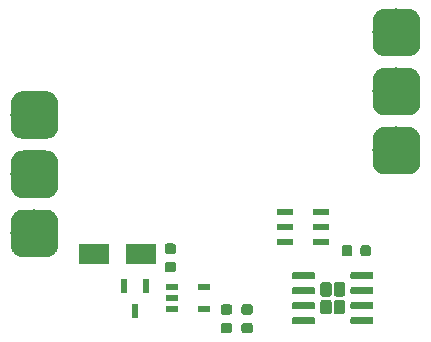
<source format=gbr>
G04 #@! TF.GenerationSoftware,KiCad,Pcbnew,5.1.4*
G04 #@! TF.CreationDate,2019-10-30T11:02:10-04:00*
G04 #@! TF.ProjectId,siot-node-relay,73696f74-2d6e-46f6-9465-2d72656c6179,rev?*
G04 #@! TF.SameCoordinates,Original*
G04 #@! TF.FileFunction,Paste,Top*
G04 #@! TF.FilePolarity,Positive*
%FSLAX46Y46*%
G04 Gerber Fmt 4.6, Leading zero omitted, Abs format (unit mm)*
G04 Created by KiCad (PCBNEW 5.1.4) date 2019-10-30 11:02:10*
%MOMM*%
%LPD*%
G04 APERTURE LIST*
%ADD10R,1.330000X0.530000*%
%ADD11C,0.100000*%
%ADD12C,0.600000*%
%ADD13C,0.960000*%
%ADD14C,0.875000*%
%ADD15R,0.600000X1.300000*%
%ADD16R,2.500000X1.800000*%
%ADD17R,1.050000X0.600000*%
%ADD18C,4.000000*%
G04 APERTURE END LIST*
D10*
X185725000Y-106270000D03*
X185725000Y-105000000D03*
X185725000Y-103730000D03*
X188775000Y-103730000D03*
X188775000Y-106270000D03*
X188775000Y-105000000D03*
D11*
G36*
X193064703Y-108795722D02*
G01*
X193079264Y-108797882D01*
X193093543Y-108801459D01*
X193107403Y-108806418D01*
X193120710Y-108812712D01*
X193133336Y-108820280D01*
X193145159Y-108829048D01*
X193156066Y-108838934D01*
X193165952Y-108849841D01*
X193174720Y-108861664D01*
X193182288Y-108874290D01*
X193188582Y-108887597D01*
X193193541Y-108901457D01*
X193197118Y-108915736D01*
X193199278Y-108930297D01*
X193200000Y-108945000D01*
X193200000Y-109245000D01*
X193199278Y-109259703D01*
X193197118Y-109274264D01*
X193193541Y-109288543D01*
X193188582Y-109302403D01*
X193182288Y-109315710D01*
X193174720Y-109328336D01*
X193165952Y-109340159D01*
X193156066Y-109351066D01*
X193145159Y-109360952D01*
X193133336Y-109369720D01*
X193120710Y-109377288D01*
X193107403Y-109383582D01*
X193093543Y-109388541D01*
X193079264Y-109392118D01*
X193064703Y-109394278D01*
X193050000Y-109395000D01*
X191400000Y-109395000D01*
X191385297Y-109394278D01*
X191370736Y-109392118D01*
X191356457Y-109388541D01*
X191342597Y-109383582D01*
X191329290Y-109377288D01*
X191316664Y-109369720D01*
X191304841Y-109360952D01*
X191293934Y-109351066D01*
X191284048Y-109340159D01*
X191275280Y-109328336D01*
X191267712Y-109315710D01*
X191261418Y-109302403D01*
X191256459Y-109288543D01*
X191252882Y-109274264D01*
X191250722Y-109259703D01*
X191250000Y-109245000D01*
X191250000Y-108945000D01*
X191250722Y-108930297D01*
X191252882Y-108915736D01*
X191256459Y-108901457D01*
X191261418Y-108887597D01*
X191267712Y-108874290D01*
X191275280Y-108861664D01*
X191284048Y-108849841D01*
X191293934Y-108838934D01*
X191304841Y-108829048D01*
X191316664Y-108820280D01*
X191329290Y-108812712D01*
X191342597Y-108806418D01*
X191356457Y-108801459D01*
X191370736Y-108797882D01*
X191385297Y-108795722D01*
X191400000Y-108795000D01*
X193050000Y-108795000D01*
X193064703Y-108795722D01*
X193064703Y-108795722D01*
G37*
D12*
X192225000Y-109095000D03*
D11*
G36*
X193064703Y-110065722D02*
G01*
X193079264Y-110067882D01*
X193093543Y-110071459D01*
X193107403Y-110076418D01*
X193120710Y-110082712D01*
X193133336Y-110090280D01*
X193145159Y-110099048D01*
X193156066Y-110108934D01*
X193165952Y-110119841D01*
X193174720Y-110131664D01*
X193182288Y-110144290D01*
X193188582Y-110157597D01*
X193193541Y-110171457D01*
X193197118Y-110185736D01*
X193199278Y-110200297D01*
X193200000Y-110215000D01*
X193200000Y-110515000D01*
X193199278Y-110529703D01*
X193197118Y-110544264D01*
X193193541Y-110558543D01*
X193188582Y-110572403D01*
X193182288Y-110585710D01*
X193174720Y-110598336D01*
X193165952Y-110610159D01*
X193156066Y-110621066D01*
X193145159Y-110630952D01*
X193133336Y-110639720D01*
X193120710Y-110647288D01*
X193107403Y-110653582D01*
X193093543Y-110658541D01*
X193079264Y-110662118D01*
X193064703Y-110664278D01*
X193050000Y-110665000D01*
X191400000Y-110665000D01*
X191385297Y-110664278D01*
X191370736Y-110662118D01*
X191356457Y-110658541D01*
X191342597Y-110653582D01*
X191329290Y-110647288D01*
X191316664Y-110639720D01*
X191304841Y-110630952D01*
X191293934Y-110621066D01*
X191284048Y-110610159D01*
X191275280Y-110598336D01*
X191267712Y-110585710D01*
X191261418Y-110572403D01*
X191256459Y-110558543D01*
X191252882Y-110544264D01*
X191250722Y-110529703D01*
X191250000Y-110515000D01*
X191250000Y-110215000D01*
X191250722Y-110200297D01*
X191252882Y-110185736D01*
X191256459Y-110171457D01*
X191261418Y-110157597D01*
X191267712Y-110144290D01*
X191275280Y-110131664D01*
X191284048Y-110119841D01*
X191293934Y-110108934D01*
X191304841Y-110099048D01*
X191316664Y-110090280D01*
X191329290Y-110082712D01*
X191342597Y-110076418D01*
X191356457Y-110071459D01*
X191370736Y-110067882D01*
X191385297Y-110065722D01*
X191400000Y-110065000D01*
X193050000Y-110065000D01*
X193064703Y-110065722D01*
X193064703Y-110065722D01*
G37*
D12*
X192225000Y-110365000D03*
D11*
G36*
X193064703Y-111335722D02*
G01*
X193079264Y-111337882D01*
X193093543Y-111341459D01*
X193107403Y-111346418D01*
X193120710Y-111352712D01*
X193133336Y-111360280D01*
X193145159Y-111369048D01*
X193156066Y-111378934D01*
X193165952Y-111389841D01*
X193174720Y-111401664D01*
X193182288Y-111414290D01*
X193188582Y-111427597D01*
X193193541Y-111441457D01*
X193197118Y-111455736D01*
X193199278Y-111470297D01*
X193200000Y-111485000D01*
X193200000Y-111785000D01*
X193199278Y-111799703D01*
X193197118Y-111814264D01*
X193193541Y-111828543D01*
X193188582Y-111842403D01*
X193182288Y-111855710D01*
X193174720Y-111868336D01*
X193165952Y-111880159D01*
X193156066Y-111891066D01*
X193145159Y-111900952D01*
X193133336Y-111909720D01*
X193120710Y-111917288D01*
X193107403Y-111923582D01*
X193093543Y-111928541D01*
X193079264Y-111932118D01*
X193064703Y-111934278D01*
X193050000Y-111935000D01*
X191400000Y-111935000D01*
X191385297Y-111934278D01*
X191370736Y-111932118D01*
X191356457Y-111928541D01*
X191342597Y-111923582D01*
X191329290Y-111917288D01*
X191316664Y-111909720D01*
X191304841Y-111900952D01*
X191293934Y-111891066D01*
X191284048Y-111880159D01*
X191275280Y-111868336D01*
X191267712Y-111855710D01*
X191261418Y-111842403D01*
X191256459Y-111828543D01*
X191252882Y-111814264D01*
X191250722Y-111799703D01*
X191250000Y-111785000D01*
X191250000Y-111485000D01*
X191250722Y-111470297D01*
X191252882Y-111455736D01*
X191256459Y-111441457D01*
X191261418Y-111427597D01*
X191267712Y-111414290D01*
X191275280Y-111401664D01*
X191284048Y-111389841D01*
X191293934Y-111378934D01*
X191304841Y-111369048D01*
X191316664Y-111360280D01*
X191329290Y-111352712D01*
X191342597Y-111346418D01*
X191356457Y-111341459D01*
X191370736Y-111337882D01*
X191385297Y-111335722D01*
X191400000Y-111335000D01*
X193050000Y-111335000D01*
X193064703Y-111335722D01*
X193064703Y-111335722D01*
G37*
D12*
X192225000Y-111635000D03*
D11*
G36*
X193064703Y-112605722D02*
G01*
X193079264Y-112607882D01*
X193093543Y-112611459D01*
X193107403Y-112616418D01*
X193120710Y-112622712D01*
X193133336Y-112630280D01*
X193145159Y-112639048D01*
X193156066Y-112648934D01*
X193165952Y-112659841D01*
X193174720Y-112671664D01*
X193182288Y-112684290D01*
X193188582Y-112697597D01*
X193193541Y-112711457D01*
X193197118Y-112725736D01*
X193199278Y-112740297D01*
X193200000Y-112755000D01*
X193200000Y-113055000D01*
X193199278Y-113069703D01*
X193197118Y-113084264D01*
X193193541Y-113098543D01*
X193188582Y-113112403D01*
X193182288Y-113125710D01*
X193174720Y-113138336D01*
X193165952Y-113150159D01*
X193156066Y-113161066D01*
X193145159Y-113170952D01*
X193133336Y-113179720D01*
X193120710Y-113187288D01*
X193107403Y-113193582D01*
X193093543Y-113198541D01*
X193079264Y-113202118D01*
X193064703Y-113204278D01*
X193050000Y-113205000D01*
X191400000Y-113205000D01*
X191385297Y-113204278D01*
X191370736Y-113202118D01*
X191356457Y-113198541D01*
X191342597Y-113193582D01*
X191329290Y-113187288D01*
X191316664Y-113179720D01*
X191304841Y-113170952D01*
X191293934Y-113161066D01*
X191284048Y-113150159D01*
X191275280Y-113138336D01*
X191267712Y-113125710D01*
X191261418Y-113112403D01*
X191256459Y-113098543D01*
X191252882Y-113084264D01*
X191250722Y-113069703D01*
X191250000Y-113055000D01*
X191250000Y-112755000D01*
X191250722Y-112740297D01*
X191252882Y-112725736D01*
X191256459Y-112711457D01*
X191261418Y-112697597D01*
X191267712Y-112684290D01*
X191275280Y-112671664D01*
X191284048Y-112659841D01*
X191293934Y-112648934D01*
X191304841Y-112639048D01*
X191316664Y-112630280D01*
X191329290Y-112622712D01*
X191342597Y-112616418D01*
X191356457Y-112611459D01*
X191370736Y-112607882D01*
X191385297Y-112605722D01*
X191400000Y-112605000D01*
X193050000Y-112605000D01*
X193064703Y-112605722D01*
X193064703Y-112605722D01*
G37*
D12*
X192225000Y-112905000D03*
D11*
G36*
X188114703Y-112605722D02*
G01*
X188129264Y-112607882D01*
X188143543Y-112611459D01*
X188157403Y-112616418D01*
X188170710Y-112622712D01*
X188183336Y-112630280D01*
X188195159Y-112639048D01*
X188206066Y-112648934D01*
X188215952Y-112659841D01*
X188224720Y-112671664D01*
X188232288Y-112684290D01*
X188238582Y-112697597D01*
X188243541Y-112711457D01*
X188247118Y-112725736D01*
X188249278Y-112740297D01*
X188250000Y-112755000D01*
X188250000Y-113055000D01*
X188249278Y-113069703D01*
X188247118Y-113084264D01*
X188243541Y-113098543D01*
X188238582Y-113112403D01*
X188232288Y-113125710D01*
X188224720Y-113138336D01*
X188215952Y-113150159D01*
X188206066Y-113161066D01*
X188195159Y-113170952D01*
X188183336Y-113179720D01*
X188170710Y-113187288D01*
X188157403Y-113193582D01*
X188143543Y-113198541D01*
X188129264Y-113202118D01*
X188114703Y-113204278D01*
X188100000Y-113205000D01*
X186450000Y-113205000D01*
X186435297Y-113204278D01*
X186420736Y-113202118D01*
X186406457Y-113198541D01*
X186392597Y-113193582D01*
X186379290Y-113187288D01*
X186366664Y-113179720D01*
X186354841Y-113170952D01*
X186343934Y-113161066D01*
X186334048Y-113150159D01*
X186325280Y-113138336D01*
X186317712Y-113125710D01*
X186311418Y-113112403D01*
X186306459Y-113098543D01*
X186302882Y-113084264D01*
X186300722Y-113069703D01*
X186300000Y-113055000D01*
X186300000Y-112755000D01*
X186300722Y-112740297D01*
X186302882Y-112725736D01*
X186306459Y-112711457D01*
X186311418Y-112697597D01*
X186317712Y-112684290D01*
X186325280Y-112671664D01*
X186334048Y-112659841D01*
X186343934Y-112648934D01*
X186354841Y-112639048D01*
X186366664Y-112630280D01*
X186379290Y-112622712D01*
X186392597Y-112616418D01*
X186406457Y-112611459D01*
X186420736Y-112607882D01*
X186435297Y-112605722D01*
X186450000Y-112605000D01*
X188100000Y-112605000D01*
X188114703Y-112605722D01*
X188114703Y-112605722D01*
G37*
D12*
X187275000Y-112905000D03*
D11*
G36*
X188114703Y-111335722D02*
G01*
X188129264Y-111337882D01*
X188143543Y-111341459D01*
X188157403Y-111346418D01*
X188170710Y-111352712D01*
X188183336Y-111360280D01*
X188195159Y-111369048D01*
X188206066Y-111378934D01*
X188215952Y-111389841D01*
X188224720Y-111401664D01*
X188232288Y-111414290D01*
X188238582Y-111427597D01*
X188243541Y-111441457D01*
X188247118Y-111455736D01*
X188249278Y-111470297D01*
X188250000Y-111485000D01*
X188250000Y-111785000D01*
X188249278Y-111799703D01*
X188247118Y-111814264D01*
X188243541Y-111828543D01*
X188238582Y-111842403D01*
X188232288Y-111855710D01*
X188224720Y-111868336D01*
X188215952Y-111880159D01*
X188206066Y-111891066D01*
X188195159Y-111900952D01*
X188183336Y-111909720D01*
X188170710Y-111917288D01*
X188157403Y-111923582D01*
X188143543Y-111928541D01*
X188129264Y-111932118D01*
X188114703Y-111934278D01*
X188100000Y-111935000D01*
X186450000Y-111935000D01*
X186435297Y-111934278D01*
X186420736Y-111932118D01*
X186406457Y-111928541D01*
X186392597Y-111923582D01*
X186379290Y-111917288D01*
X186366664Y-111909720D01*
X186354841Y-111900952D01*
X186343934Y-111891066D01*
X186334048Y-111880159D01*
X186325280Y-111868336D01*
X186317712Y-111855710D01*
X186311418Y-111842403D01*
X186306459Y-111828543D01*
X186302882Y-111814264D01*
X186300722Y-111799703D01*
X186300000Y-111785000D01*
X186300000Y-111485000D01*
X186300722Y-111470297D01*
X186302882Y-111455736D01*
X186306459Y-111441457D01*
X186311418Y-111427597D01*
X186317712Y-111414290D01*
X186325280Y-111401664D01*
X186334048Y-111389841D01*
X186343934Y-111378934D01*
X186354841Y-111369048D01*
X186366664Y-111360280D01*
X186379290Y-111352712D01*
X186392597Y-111346418D01*
X186406457Y-111341459D01*
X186420736Y-111337882D01*
X186435297Y-111335722D01*
X186450000Y-111335000D01*
X188100000Y-111335000D01*
X188114703Y-111335722D01*
X188114703Y-111335722D01*
G37*
D12*
X187275000Y-111635000D03*
D11*
G36*
X188114703Y-110065722D02*
G01*
X188129264Y-110067882D01*
X188143543Y-110071459D01*
X188157403Y-110076418D01*
X188170710Y-110082712D01*
X188183336Y-110090280D01*
X188195159Y-110099048D01*
X188206066Y-110108934D01*
X188215952Y-110119841D01*
X188224720Y-110131664D01*
X188232288Y-110144290D01*
X188238582Y-110157597D01*
X188243541Y-110171457D01*
X188247118Y-110185736D01*
X188249278Y-110200297D01*
X188250000Y-110215000D01*
X188250000Y-110515000D01*
X188249278Y-110529703D01*
X188247118Y-110544264D01*
X188243541Y-110558543D01*
X188238582Y-110572403D01*
X188232288Y-110585710D01*
X188224720Y-110598336D01*
X188215952Y-110610159D01*
X188206066Y-110621066D01*
X188195159Y-110630952D01*
X188183336Y-110639720D01*
X188170710Y-110647288D01*
X188157403Y-110653582D01*
X188143543Y-110658541D01*
X188129264Y-110662118D01*
X188114703Y-110664278D01*
X188100000Y-110665000D01*
X186450000Y-110665000D01*
X186435297Y-110664278D01*
X186420736Y-110662118D01*
X186406457Y-110658541D01*
X186392597Y-110653582D01*
X186379290Y-110647288D01*
X186366664Y-110639720D01*
X186354841Y-110630952D01*
X186343934Y-110621066D01*
X186334048Y-110610159D01*
X186325280Y-110598336D01*
X186317712Y-110585710D01*
X186311418Y-110572403D01*
X186306459Y-110558543D01*
X186302882Y-110544264D01*
X186300722Y-110529703D01*
X186300000Y-110515000D01*
X186300000Y-110215000D01*
X186300722Y-110200297D01*
X186302882Y-110185736D01*
X186306459Y-110171457D01*
X186311418Y-110157597D01*
X186317712Y-110144290D01*
X186325280Y-110131664D01*
X186334048Y-110119841D01*
X186343934Y-110108934D01*
X186354841Y-110099048D01*
X186366664Y-110090280D01*
X186379290Y-110082712D01*
X186392597Y-110076418D01*
X186406457Y-110071459D01*
X186420736Y-110067882D01*
X186435297Y-110065722D01*
X186450000Y-110065000D01*
X188100000Y-110065000D01*
X188114703Y-110065722D01*
X188114703Y-110065722D01*
G37*
D12*
X187275000Y-110365000D03*
D11*
G36*
X188114703Y-108795722D02*
G01*
X188129264Y-108797882D01*
X188143543Y-108801459D01*
X188157403Y-108806418D01*
X188170710Y-108812712D01*
X188183336Y-108820280D01*
X188195159Y-108829048D01*
X188206066Y-108838934D01*
X188215952Y-108849841D01*
X188224720Y-108861664D01*
X188232288Y-108874290D01*
X188238582Y-108887597D01*
X188243541Y-108901457D01*
X188247118Y-108915736D01*
X188249278Y-108930297D01*
X188250000Y-108945000D01*
X188250000Y-109245000D01*
X188249278Y-109259703D01*
X188247118Y-109274264D01*
X188243541Y-109288543D01*
X188238582Y-109302403D01*
X188232288Y-109315710D01*
X188224720Y-109328336D01*
X188215952Y-109340159D01*
X188206066Y-109351066D01*
X188195159Y-109360952D01*
X188183336Y-109369720D01*
X188170710Y-109377288D01*
X188157403Y-109383582D01*
X188143543Y-109388541D01*
X188129264Y-109392118D01*
X188114703Y-109394278D01*
X188100000Y-109395000D01*
X186450000Y-109395000D01*
X186435297Y-109394278D01*
X186420736Y-109392118D01*
X186406457Y-109388541D01*
X186392597Y-109383582D01*
X186379290Y-109377288D01*
X186366664Y-109369720D01*
X186354841Y-109360952D01*
X186343934Y-109351066D01*
X186334048Y-109340159D01*
X186325280Y-109328336D01*
X186317712Y-109315710D01*
X186311418Y-109302403D01*
X186306459Y-109288543D01*
X186302882Y-109274264D01*
X186300722Y-109259703D01*
X186300000Y-109245000D01*
X186300000Y-108945000D01*
X186300722Y-108930297D01*
X186302882Y-108915736D01*
X186306459Y-108901457D01*
X186311418Y-108887597D01*
X186317712Y-108874290D01*
X186325280Y-108861664D01*
X186334048Y-108849841D01*
X186343934Y-108838934D01*
X186354841Y-108829048D01*
X186366664Y-108820280D01*
X186379290Y-108812712D01*
X186392597Y-108806418D01*
X186406457Y-108801459D01*
X186420736Y-108797882D01*
X186435297Y-108795722D01*
X186450000Y-108795000D01*
X188100000Y-108795000D01*
X188114703Y-108795722D01*
X188114703Y-108795722D01*
G37*
D12*
X187275000Y-109095000D03*
D11*
G36*
X190583524Y-111126156D02*
G01*
X190606822Y-111129612D01*
X190629668Y-111135334D01*
X190651844Y-111143269D01*
X190673135Y-111153339D01*
X190693337Y-111165447D01*
X190712254Y-111179477D01*
X190729706Y-111195294D01*
X190745523Y-111212746D01*
X190759553Y-111231663D01*
X190771661Y-111251865D01*
X190781731Y-111273156D01*
X190789666Y-111295332D01*
X190795388Y-111318178D01*
X190798844Y-111341476D01*
X190800000Y-111365000D01*
X190800000Y-112135000D01*
X190798844Y-112158524D01*
X190795388Y-112181822D01*
X190789666Y-112204668D01*
X190781731Y-112226844D01*
X190771661Y-112248135D01*
X190759553Y-112268337D01*
X190745523Y-112287254D01*
X190729706Y-112304706D01*
X190712254Y-112320523D01*
X190693337Y-112334553D01*
X190673135Y-112346661D01*
X190651844Y-112356731D01*
X190629668Y-112364666D01*
X190606822Y-112370388D01*
X190583524Y-112373844D01*
X190560000Y-112375000D01*
X190080000Y-112375000D01*
X190056476Y-112373844D01*
X190033178Y-112370388D01*
X190010332Y-112364666D01*
X189988156Y-112356731D01*
X189966865Y-112346661D01*
X189946663Y-112334553D01*
X189927746Y-112320523D01*
X189910294Y-112304706D01*
X189894477Y-112287254D01*
X189880447Y-112268337D01*
X189868339Y-112248135D01*
X189858269Y-112226844D01*
X189850334Y-112204668D01*
X189844612Y-112181822D01*
X189841156Y-112158524D01*
X189840000Y-112135000D01*
X189840000Y-111365000D01*
X189841156Y-111341476D01*
X189844612Y-111318178D01*
X189850334Y-111295332D01*
X189858269Y-111273156D01*
X189868339Y-111251865D01*
X189880447Y-111231663D01*
X189894477Y-111212746D01*
X189910294Y-111195294D01*
X189927746Y-111179477D01*
X189946663Y-111165447D01*
X189966865Y-111153339D01*
X189988156Y-111143269D01*
X190010332Y-111135334D01*
X190033178Y-111129612D01*
X190056476Y-111126156D01*
X190080000Y-111125000D01*
X190560000Y-111125000D01*
X190583524Y-111126156D01*
X190583524Y-111126156D01*
G37*
D13*
X190320000Y-111750000D03*
D11*
G36*
X190583524Y-109626156D02*
G01*
X190606822Y-109629612D01*
X190629668Y-109635334D01*
X190651844Y-109643269D01*
X190673135Y-109653339D01*
X190693337Y-109665447D01*
X190712254Y-109679477D01*
X190729706Y-109695294D01*
X190745523Y-109712746D01*
X190759553Y-109731663D01*
X190771661Y-109751865D01*
X190781731Y-109773156D01*
X190789666Y-109795332D01*
X190795388Y-109818178D01*
X190798844Y-109841476D01*
X190800000Y-109865000D01*
X190800000Y-110635000D01*
X190798844Y-110658524D01*
X190795388Y-110681822D01*
X190789666Y-110704668D01*
X190781731Y-110726844D01*
X190771661Y-110748135D01*
X190759553Y-110768337D01*
X190745523Y-110787254D01*
X190729706Y-110804706D01*
X190712254Y-110820523D01*
X190693337Y-110834553D01*
X190673135Y-110846661D01*
X190651844Y-110856731D01*
X190629668Y-110864666D01*
X190606822Y-110870388D01*
X190583524Y-110873844D01*
X190560000Y-110875000D01*
X190080000Y-110875000D01*
X190056476Y-110873844D01*
X190033178Y-110870388D01*
X190010332Y-110864666D01*
X189988156Y-110856731D01*
X189966865Y-110846661D01*
X189946663Y-110834553D01*
X189927746Y-110820523D01*
X189910294Y-110804706D01*
X189894477Y-110787254D01*
X189880447Y-110768337D01*
X189868339Y-110748135D01*
X189858269Y-110726844D01*
X189850334Y-110704668D01*
X189844612Y-110681822D01*
X189841156Y-110658524D01*
X189840000Y-110635000D01*
X189840000Y-109865000D01*
X189841156Y-109841476D01*
X189844612Y-109818178D01*
X189850334Y-109795332D01*
X189858269Y-109773156D01*
X189868339Y-109751865D01*
X189880447Y-109731663D01*
X189894477Y-109712746D01*
X189910294Y-109695294D01*
X189927746Y-109679477D01*
X189946663Y-109665447D01*
X189966865Y-109653339D01*
X189988156Y-109643269D01*
X190010332Y-109635334D01*
X190033178Y-109629612D01*
X190056476Y-109626156D01*
X190080000Y-109625000D01*
X190560000Y-109625000D01*
X190583524Y-109626156D01*
X190583524Y-109626156D01*
G37*
D13*
X190320000Y-110250000D03*
D11*
G36*
X189443524Y-111126156D02*
G01*
X189466822Y-111129612D01*
X189489668Y-111135334D01*
X189511844Y-111143269D01*
X189533135Y-111153339D01*
X189553337Y-111165447D01*
X189572254Y-111179477D01*
X189589706Y-111195294D01*
X189605523Y-111212746D01*
X189619553Y-111231663D01*
X189631661Y-111251865D01*
X189641731Y-111273156D01*
X189649666Y-111295332D01*
X189655388Y-111318178D01*
X189658844Y-111341476D01*
X189660000Y-111365000D01*
X189660000Y-112135000D01*
X189658844Y-112158524D01*
X189655388Y-112181822D01*
X189649666Y-112204668D01*
X189641731Y-112226844D01*
X189631661Y-112248135D01*
X189619553Y-112268337D01*
X189605523Y-112287254D01*
X189589706Y-112304706D01*
X189572254Y-112320523D01*
X189553337Y-112334553D01*
X189533135Y-112346661D01*
X189511844Y-112356731D01*
X189489668Y-112364666D01*
X189466822Y-112370388D01*
X189443524Y-112373844D01*
X189420000Y-112375000D01*
X188940000Y-112375000D01*
X188916476Y-112373844D01*
X188893178Y-112370388D01*
X188870332Y-112364666D01*
X188848156Y-112356731D01*
X188826865Y-112346661D01*
X188806663Y-112334553D01*
X188787746Y-112320523D01*
X188770294Y-112304706D01*
X188754477Y-112287254D01*
X188740447Y-112268337D01*
X188728339Y-112248135D01*
X188718269Y-112226844D01*
X188710334Y-112204668D01*
X188704612Y-112181822D01*
X188701156Y-112158524D01*
X188700000Y-112135000D01*
X188700000Y-111365000D01*
X188701156Y-111341476D01*
X188704612Y-111318178D01*
X188710334Y-111295332D01*
X188718269Y-111273156D01*
X188728339Y-111251865D01*
X188740447Y-111231663D01*
X188754477Y-111212746D01*
X188770294Y-111195294D01*
X188787746Y-111179477D01*
X188806663Y-111165447D01*
X188826865Y-111153339D01*
X188848156Y-111143269D01*
X188870332Y-111135334D01*
X188893178Y-111129612D01*
X188916476Y-111126156D01*
X188940000Y-111125000D01*
X189420000Y-111125000D01*
X189443524Y-111126156D01*
X189443524Y-111126156D01*
G37*
D13*
X189180000Y-111750000D03*
D11*
G36*
X189443524Y-109626156D02*
G01*
X189466822Y-109629612D01*
X189489668Y-109635334D01*
X189511844Y-109643269D01*
X189533135Y-109653339D01*
X189553337Y-109665447D01*
X189572254Y-109679477D01*
X189589706Y-109695294D01*
X189605523Y-109712746D01*
X189619553Y-109731663D01*
X189631661Y-109751865D01*
X189641731Y-109773156D01*
X189649666Y-109795332D01*
X189655388Y-109818178D01*
X189658844Y-109841476D01*
X189660000Y-109865000D01*
X189660000Y-110635000D01*
X189658844Y-110658524D01*
X189655388Y-110681822D01*
X189649666Y-110704668D01*
X189641731Y-110726844D01*
X189631661Y-110748135D01*
X189619553Y-110768337D01*
X189605523Y-110787254D01*
X189589706Y-110804706D01*
X189572254Y-110820523D01*
X189553337Y-110834553D01*
X189533135Y-110846661D01*
X189511844Y-110856731D01*
X189489668Y-110864666D01*
X189466822Y-110870388D01*
X189443524Y-110873844D01*
X189420000Y-110875000D01*
X188940000Y-110875000D01*
X188916476Y-110873844D01*
X188893178Y-110870388D01*
X188870332Y-110864666D01*
X188848156Y-110856731D01*
X188826865Y-110846661D01*
X188806663Y-110834553D01*
X188787746Y-110820523D01*
X188770294Y-110804706D01*
X188754477Y-110787254D01*
X188740447Y-110768337D01*
X188728339Y-110748135D01*
X188718269Y-110726844D01*
X188710334Y-110704668D01*
X188704612Y-110681822D01*
X188701156Y-110658524D01*
X188700000Y-110635000D01*
X188700000Y-109865000D01*
X188701156Y-109841476D01*
X188704612Y-109818178D01*
X188710334Y-109795332D01*
X188718269Y-109773156D01*
X188728339Y-109751865D01*
X188740447Y-109731663D01*
X188754477Y-109712746D01*
X188770294Y-109695294D01*
X188787746Y-109679477D01*
X188806663Y-109665447D01*
X188826865Y-109653339D01*
X188848156Y-109643269D01*
X188870332Y-109635334D01*
X188893178Y-109629612D01*
X188916476Y-109626156D01*
X188940000Y-109625000D01*
X189420000Y-109625000D01*
X189443524Y-109626156D01*
X189443524Y-109626156D01*
G37*
D13*
X189180000Y-110250000D03*
D11*
G36*
X176277691Y-106376053D02*
G01*
X176298926Y-106379203D01*
X176319750Y-106384419D01*
X176339962Y-106391651D01*
X176359368Y-106400830D01*
X176377781Y-106411866D01*
X176395024Y-106424654D01*
X176410930Y-106439070D01*
X176425346Y-106454976D01*
X176438134Y-106472219D01*
X176449170Y-106490632D01*
X176458349Y-106510038D01*
X176465581Y-106530250D01*
X176470797Y-106551074D01*
X176473947Y-106572309D01*
X176475000Y-106593750D01*
X176475000Y-107031250D01*
X176473947Y-107052691D01*
X176470797Y-107073926D01*
X176465581Y-107094750D01*
X176458349Y-107114962D01*
X176449170Y-107134368D01*
X176438134Y-107152781D01*
X176425346Y-107170024D01*
X176410930Y-107185930D01*
X176395024Y-107200346D01*
X176377781Y-107213134D01*
X176359368Y-107224170D01*
X176339962Y-107233349D01*
X176319750Y-107240581D01*
X176298926Y-107245797D01*
X176277691Y-107248947D01*
X176256250Y-107250000D01*
X175743750Y-107250000D01*
X175722309Y-107248947D01*
X175701074Y-107245797D01*
X175680250Y-107240581D01*
X175660038Y-107233349D01*
X175640632Y-107224170D01*
X175622219Y-107213134D01*
X175604976Y-107200346D01*
X175589070Y-107185930D01*
X175574654Y-107170024D01*
X175561866Y-107152781D01*
X175550830Y-107134368D01*
X175541651Y-107114962D01*
X175534419Y-107094750D01*
X175529203Y-107073926D01*
X175526053Y-107052691D01*
X175525000Y-107031250D01*
X175525000Y-106593750D01*
X175526053Y-106572309D01*
X175529203Y-106551074D01*
X175534419Y-106530250D01*
X175541651Y-106510038D01*
X175550830Y-106490632D01*
X175561866Y-106472219D01*
X175574654Y-106454976D01*
X175589070Y-106439070D01*
X175604976Y-106424654D01*
X175622219Y-106411866D01*
X175640632Y-106400830D01*
X175660038Y-106391651D01*
X175680250Y-106384419D01*
X175701074Y-106379203D01*
X175722309Y-106376053D01*
X175743750Y-106375000D01*
X176256250Y-106375000D01*
X176277691Y-106376053D01*
X176277691Y-106376053D01*
G37*
D14*
X176000000Y-106812500D03*
D11*
G36*
X176277691Y-107951053D02*
G01*
X176298926Y-107954203D01*
X176319750Y-107959419D01*
X176339962Y-107966651D01*
X176359368Y-107975830D01*
X176377781Y-107986866D01*
X176395024Y-107999654D01*
X176410930Y-108014070D01*
X176425346Y-108029976D01*
X176438134Y-108047219D01*
X176449170Y-108065632D01*
X176458349Y-108085038D01*
X176465581Y-108105250D01*
X176470797Y-108126074D01*
X176473947Y-108147309D01*
X176475000Y-108168750D01*
X176475000Y-108606250D01*
X176473947Y-108627691D01*
X176470797Y-108648926D01*
X176465581Y-108669750D01*
X176458349Y-108689962D01*
X176449170Y-108709368D01*
X176438134Y-108727781D01*
X176425346Y-108745024D01*
X176410930Y-108760930D01*
X176395024Y-108775346D01*
X176377781Y-108788134D01*
X176359368Y-108799170D01*
X176339962Y-108808349D01*
X176319750Y-108815581D01*
X176298926Y-108820797D01*
X176277691Y-108823947D01*
X176256250Y-108825000D01*
X175743750Y-108825000D01*
X175722309Y-108823947D01*
X175701074Y-108820797D01*
X175680250Y-108815581D01*
X175660038Y-108808349D01*
X175640632Y-108799170D01*
X175622219Y-108788134D01*
X175604976Y-108775346D01*
X175589070Y-108760930D01*
X175574654Y-108745024D01*
X175561866Y-108727781D01*
X175550830Y-108709368D01*
X175541651Y-108689962D01*
X175534419Y-108669750D01*
X175529203Y-108648926D01*
X175526053Y-108627691D01*
X175525000Y-108606250D01*
X175525000Y-108168750D01*
X175526053Y-108147309D01*
X175529203Y-108126074D01*
X175534419Y-108105250D01*
X175541651Y-108085038D01*
X175550830Y-108065632D01*
X175561866Y-108047219D01*
X175574654Y-108029976D01*
X175589070Y-108014070D01*
X175604976Y-107999654D01*
X175622219Y-107986866D01*
X175640632Y-107975830D01*
X175660038Y-107966651D01*
X175680250Y-107959419D01*
X175701074Y-107954203D01*
X175722309Y-107951053D01*
X175743750Y-107950000D01*
X176256250Y-107950000D01*
X176277691Y-107951053D01*
X176277691Y-107951053D01*
G37*
D14*
X176000000Y-108387500D03*
D15*
X173950000Y-109950000D03*
X172050000Y-109950000D03*
X173000000Y-112050000D03*
D16*
X173550000Y-107250000D03*
X169550000Y-107250000D03*
D17*
X176150000Y-110050000D03*
X176150000Y-111000000D03*
X176150000Y-111950000D03*
X178850000Y-111950000D03*
X178850000Y-110050000D03*
D11*
G36*
X181027691Y-111526053D02*
G01*
X181048926Y-111529203D01*
X181069750Y-111534419D01*
X181089962Y-111541651D01*
X181109368Y-111550830D01*
X181127781Y-111561866D01*
X181145024Y-111574654D01*
X181160930Y-111589070D01*
X181175346Y-111604976D01*
X181188134Y-111622219D01*
X181199170Y-111640632D01*
X181208349Y-111660038D01*
X181215581Y-111680250D01*
X181220797Y-111701074D01*
X181223947Y-111722309D01*
X181225000Y-111743750D01*
X181225000Y-112181250D01*
X181223947Y-112202691D01*
X181220797Y-112223926D01*
X181215581Y-112244750D01*
X181208349Y-112264962D01*
X181199170Y-112284368D01*
X181188134Y-112302781D01*
X181175346Y-112320024D01*
X181160930Y-112335930D01*
X181145024Y-112350346D01*
X181127781Y-112363134D01*
X181109368Y-112374170D01*
X181089962Y-112383349D01*
X181069750Y-112390581D01*
X181048926Y-112395797D01*
X181027691Y-112398947D01*
X181006250Y-112400000D01*
X180493750Y-112400000D01*
X180472309Y-112398947D01*
X180451074Y-112395797D01*
X180430250Y-112390581D01*
X180410038Y-112383349D01*
X180390632Y-112374170D01*
X180372219Y-112363134D01*
X180354976Y-112350346D01*
X180339070Y-112335930D01*
X180324654Y-112320024D01*
X180311866Y-112302781D01*
X180300830Y-112284368D01*
X180291651Y-112264962D01*
X180284419Y-112244750D01*
X180279203Y-112223926D01*
X180276053Y-112202691D01*
X180275000Y-112181250D01*
X180275000Y-111743750D01*
X180276053Y-111722309D01*
X180279203Y-111701074D01*
X180284419Y-111680250D01*
X180291651Y-111660038D01*
X180300830Y-111640632D01*
X180311866Y-111622219D01*
X180324654Y-111604976D01*
X180339070Y-111589070D01*
X180354976Y-111574654D01*
X180372219Y-111561866D01*
X180390632Y-111550830D01*
X180410038Y-111541651D01*
X180430250Y-111534419D01*
X180451074Y-111529203D01*
X180472309Y-111526053D01*
X180493750Y-111525000D01*
X181006250Y-111525000D01*
X181027691Y-111526053D01*
X181027691Y-111526053D01*
G37*
D14*
X180750000Y-111962500D03*
D11*
G36*
X181027691Y-113101053D02*
G01*
X181048926Y-113104203D01*
X181069750Y-113109419D01*
X181089962Y-113116651D01*
X181109368Y-113125830D01*
X181127781Y-113136866D01*
X181145024Y-113149654D01*
X181160930Y-113164070D01*
X181175346Y-113179976D01*
X181188134Y-113197219D01*
X181199170Y-113215632D01*
X181208349Y-113235038D01*
X181215581Y-113255250D01*
X181220797Y-113276074D01*
X181223947Y-113297309D01*
X181225000Y-113318750D01*
X181225000Y-113756250D01*
X181223947Y-113777691D01*
X181220797Y-113798926D01*
X181215581Y-113819750D01*
X181208349Y-113839962D01*
X181199170Y-113859368D01*
X181188134Y-113877781D01*
X181175346Y-113895024D01*
X181160930Y-113910930D01*
X181145024Y-113925346D01*
X181127781Y-113938134D01*
X181109368Y-113949170D01*
X181089962Y-113958349D01*
X181069750Y-113965581D01*
X181048926Y-113970797D01*
X181027691Y-113973947D01*
X181006250Y-113975000D01*
X180493750Y-113975000D01*
X180472309Y-113973947D01*
X180451074Y-113970797D01*
X180430250Y-113965581D01*
X180410038Y-113958349D01*
X180390632Y-113949170D01*
X180372219Y-113938134D01*
X180354976Y-113925346D01*
X180339070Y-113910930D01*
X180324654Y-113895024D01*
X180311866Y-113877781D01*
X180300830Y-113859368D01*
X180291651Y-113839962D01*
X180284419Y-113819750D01*
X180279203Y-113798926D01*
X180276053Y-113777691D01*
X180275000Y-113756250D01*
X180275000Y-113318750D01*
X180276053Y-113297309D01*
X180279203Y-113276074D01*
X180284419Y-113255250D01*
X180291651Y-113235038D01*
X180300830Y-113215632D01*
X180311866Y-113197219D01*
X180324654Y-113179976D01*
X180339070Y-113164070D01*
X180354976Y-113149654D01*
X180372219Y-113136866D01*
X180390632Y-113125830D01*
X180410038Y-113116651D01*
X180430250Y-113109419D01*
X180451074Y-113104203D01*
X180472309Y-113101053D01*
X180493750Y-113100000D01*
X181006250Y-113100000D01*
X181027691Y-113101053D01*
X181027691Y-113101053D01*
G37*
D14*
X180750000Y-113537500D03*
D11*
G36*
X196248017Y-86504815D02*
G01*
X196345090Y-86519215D01*
X196440285Y-86543060D01*
X196532683Y-86576120D01*
X196621397Y-86618079D01*
X196705570Y-86668530D01*
X196784393Y-86726990D01*
X196857107Y-86792893D01*
X196923010Y-86865607D01*
X196981470Y-86944430D01*
X197031921Y-87028603D01*
X197073880Y-87117317D01*
X197106940Y-87209715D01*
X197130785Y-87304910D01*
X197145185Y-87401983D01*
X197150000Y-87500000D01*
X197150000Y-89500000D01*
X197145185Y-89598017D01*
X197130785Y-89695090D01*
X197106940Y-89790285D01*
X197073880Y-89882683D01*
X197031921Y-89971397D01*
X196981470Y-90055570D01*
X196923010Y-90134393D01*
X196857107Y-90207107D01*
X196784393Y-90273010D01*
X196705570Y-90331470D01*
X196621397Y-90381921D01*
X196532683Y-90423880D01*
X196440285Y-90456940D01*
X196345090Y-90480785D01*
X196248017Y-90495185D01*
X196150000Y-90500000D01*
X194150000Y-90500000D01*
X194051983Y-90495185D01*
X193954910Y-90480785D01*
X193859715Y-90456940D01*
X193767317Y-90423880D01*
X193678603Y-90381921D01*
X193594430Y-90331470D01*
X193515607Y-90273010D01*
X193442893Y-90207107D01*
X193376990Y-90134393D01*
X193318530Y-90055570D01*
X193268079Y-89971397D01*
X193226120Y-89882683D01*
X193193060Y-89790285D01*
X193169215Y-89695090D01*
X193154815Y-89598017D01*
X193150000Y-89500000D01*
X193150000Y-87500000D01*
X193154815Y-87401983D01*
X193169215Y-87304910D01*
X193193060Y-87209715D01*
X193226120Y-87117317D01*
X193268079Y-87028603D01*
X193318530Y-86944430D01*
X193376990Y-86865607D01*
X193442893Y-86792893D01*
X193515607Y-86726990D01*
X193594430Y-86668530D01*
X193678603Y-86618079D01*
X193767317Y-86576120D01*
X193859715Y-86543060D01*
X193954910Y-86519215D01*
X194051983Y-86504815D01*
X194150000Y-86500000D01*
X196150000Y-86500000D01*
X196248017Y-86504815D01*
X196248017Y-86504815D01*
G37*
D18*
X195150000Y-88500000D03*
D11*
G36*
X196248017Y-91504815D02*
G01*
X196345090Y-91519215D01*
X196440285Y-91543060D01*
X196532683Y-91576120D01*
X196621397Y-91618079D01*
X196705570Y-91668530D01*
X196784393Y-91726990D01*
X196857107Y-91792893D01*
X196923010Y-91865607D01*
X196981470Y-91944430D01*
X197031921Y-92028603D01*
X197073880Y-92117317D01*
X197106940Y-92209715D01*
X197130785Y-92304910D01*
X197145185Y-92401983D01*
X197150000Y-92500000D01*
X197150000Y-94500000D01*
X197145185Y-94598017D01*
X197130785Y-94695090D01*
X197106940Y-94790285D01*
X197073880Y-94882683D01*
X197031921Y-94971397D01*
X196981470Y-95055570D01*
X196923010Y-95134393D01*
X196857107Y-95207107D01*
X196784393Y-95273010D01*
X196705570Y-95331470D01*
X196621397Y-95381921D01*
X196532683Y-95423880D01*
X196440285Y-95456940D01*
X196345090Y-95480785D01*
X196248017Y-95495185D01*
X196150000Y-95500000D01*
X194150000Y-95500000D01*
X194051983Y-95495185D01*
X193954910Y-95480785D01*
X193859715Y-95456940D01*
X193767317Y-95423880D01*
X193678603Y-95381921D01*
X193594430Y-95331470D01*
X193515607Y-95273010D01*
X193442893Y-95207107D01*
X193376990Y-95134393D01*
X193318530Y-95055570D01*
X193268079Y-94971397D01*
X193226120Y-94882683D01*
X193193060Y-94790285D01*
X193169215Y-94695090D01*
X193154815Y-94598017D01*
X193150000Y-94500000D01*
X193150000Y-92500000D01*
X193154815Y-92401983D01*
X193169215Y-92304910D01*
X193193060Y-92209715D01*
X193226120Y-92117317D01*
X193268079Y-92028603D01*
X193318530Y-91944430D01*
X193376990Y-91865607D01*
X193442893Y-91792893D01*
X193515607Y-91726990D01*
X193594430Y-91668530D01*
X193678603Y-91618079D01*
X193767317Y-91576120D01*
X193859715Y-91543060D01*
X193954910Y-91519215D01*
X194051983Y-91504815D01*
X194150000Y-91500000D01*
X196150000Y-91500000D01*
X196248017Y-91504815D01*
X196248017Y-91504815D01*
G37*
D18*
X195150000Y-93500000D03*
D11*
G36*
X196248017Y-96504815D02*
G01*
X196345090Y-96519215D01*
X196440285Y-96543060D01*
X196532683Y-96576120D01*
X196621397Y-96618079D01*
X196705570Y-96668530D01*
X196784393Y-96726990D01*
X196857107Y-96792893D01*
X196923010Y-96865607D01*
X196981470Y-96944430D01*
X197031921Y-97028603D01*
X197073880Y-97117317D01*
X197106940Y-97209715D01*
X197130785Y-97304910D01*
X197145185Y-97401983D01*
X197150000Y-97500000D01*
X197150000Y-99500000D01*
X197145185Y-99598017D01*
X197130785Y-99695090D01*
X197106940Y-99790285D01*
X197073880Y-99882683D01*
X197031921Y-99971397D01*
X196981470Y-100055570D01*
X196923010Y-100134393D01*
X196857107Y-100207107D01*
X196784393Y-100273010D01*
X196705570Y-100331470D01*
X196621397Y-100381921D01*
X196532683Y-100423880D01*
X196440285Y-100456940D01*
X196345090Y-100480785D01*
X196248017Y-100495185D01*
X196150000Y-100500000D01*
X194150000Y-100500000D01*
X194051983Y-100495185D01*
X193954910Y-100480785D01*
X193859715Y-100456940D01*
X193767317Y-100423880D01*
X193678603Y-100381921D01*
X193594430Y-100331470D01*
X193515607Y-100273010D01*
X193442893Y-100207107D01*
X193376990Y-100134393D01*
X193318530Y-100055570D01*
X193268079Y-99971397D01*
X193226120Y-99882683D01*
X193193060Y-99790285D01*
X193169215Y-99695090D01*
X193154815Y-99598017D01*
X193150000Y-99500000D01*
X193150000Y-97500000D01*
X193154815Y-97401983D01*
X193169215Y-97304910D01*
X193193060Y-97209715D01*
X193226120Y-97117317D01*
X193268079Y-97028603D01*
X193318530Y-96944430D01*
X193376990Y-96865607D01*
X193442893Y-96792893D01*
X193515607Y-96726990D01*
X193594430Y-96668530D01*
X193678603Y-96618079D01*
X193767317Y-96576120D01*
X193859715Y-96543060D01*
X193954910Y-96519215D01*
X194051983Y-96504815D01*
X194150000Y-96500000D01*
X196150000Y-96500000D01*
X196248017Y-96504815D01*
X196248017Y-96504815D01*
G37*
D18*
X195150000Y-98500000D03*
D11*
G36*
X165598017Y-93504815D02*
G01*
X165695090Y-93519215D01*
X165790285Y-93543060D01*
X165882683Y-93576120D01*
X165971397Y-93618079D01*
X166055570Y-93668530D01*
X166134393Y-93726990D01*
X166207107Y-93792893D01*
X166273010Y-93865607D01*
X166331470Y-93944430D01*
X166381921Y-94028603D01*
X166423880Y-94117317D01*
X166456940Y-94209715D01*
X166480785Y-94304910D01*
X166495185Y-94401983D01*
X166500000Y-94500000D01*
X166500000Y-96500000D01*
X166495185Y-96598017D01*
X166480785Y-96695090D01*
X166456940Y-96790285D01*
X166423880Y-96882683D01*
X166381921Y-96971397D01*
X166331470Y-97055570D01*
X166273010Y-97134393D01*
X166207107Y-97207107D01*
X166134393Y-97273010D01*
X166055570Y-97331470D01*
X165971397Y-97381921D01*
X165882683Y-97423880D01*
X165790285Y-97456940D01*
X165695090Y-97480785D01*
X165598017Y-97495185D01*
X165500000Y-97500000D01*
X163500000Y-97500000D01*
X163401983Y-97495185D01*
X163304910Y-97480785D01*
X163209715Y-97456940D01*
X163117317Y-97423880D01*
X163028603Y-97381921D01*
X162944430Y-97331470D01*
X162865607Y-97273010D01*
X162792893Y-97207107D01*
X162726990Y-97134393D01*
X162668530Y-97055570D01*
X162618079Y-96971397D01*
X162576120Y-96882683D01*
X162543060Y-96790285D01*
X162519215Y-96695090D01*
X162504815Y-96598017D01*
X162500000Y-96500000D01*
X162500000Y-94500000D01*
X162504815Y-94401983D01*
X162519215Y-94304910D01*
X162543060Y-94209715D01*
X162576120Y-94117317D01*
X162618079Y-94028603D01*
X162668530Y-93944430D01*
X162726990Y-93865607D01*
X162792893Y-93792893D01*
X162865607Y-93726990D01*
X162944430Y-93668530D01*
X163028603Y-93618079D01*
X163117317Y-93576120D01*
X163209715Y-93543060D01*
X163304910Y-93519215D01*
X163401983Y-93504815D01*
X163500000Y-93500000D01*
X165500000Y-93500000D01*
X165598017Y-93504815D01*
X165598017Y-93504815D01*
G37*
D18*
X164500000Y-95500000D03*
D11*
G36*
X165598017Y-98504815D02*
G01*
X165695090Y-98519215D01*
X165790285Y-98543060D01*
X165882683Y-98576120D01*
X165971397Y-98618079D01*
X166055570Y-98668530D01*
X166134393Y-98726990D01*
X166207107Y-98792893D01*
X166273010Y-98865607D01*
X166331470Y-98944430D01*
X166381921Y-99028603D01*
X166423880Y-99117317D01*
X166456940Y-99209715D01*
X166480785Y-99304910D01*
X166495185Y-99401983D01*
X166500000Y-99500000D01*
X166500000Y-101500000D01*
X166495185Y-101598017D01*
X166480785Y-101695090D01*
X166456940Y-101790285D01*
X166423880Y-101882683D01*
X166381921Y-101971397D01*
X166331470Y-102055570D01*
X166273010Y-102134393D01*
X166207107Y-102207107D01*
X166134393Y-102273010D01*
X166055570Y-102331470D01*
X165971397Y-102381921D01*
X165882683Y-102423880D01*
X165790285Y-102456940D01*
X165695090Y-102480785D01*
X165598017Y-102495185D01*
X165500000Y-102500000D01*
X163500000Y-102500000D01*
X163401983Y-102495185D01*
X163304910Y-102480785D01*
X163209715Y-102456940D01*
X163117317Y-102423880D01*
X163028603Y-102381921D01*
X162944430Y-102331470D01*
X162865607Y-102273010D01*
X162792893Y-102207107D01*
X162726990Y-102134393D01*
X162668530Y-102055570D01*
X162618079Y-101971397D01*
X162576120Y-101882683D01*
X162543060Y-101790285D01*
X162519215Y-101695090D01*
X162504815Y-101598017D01*
X162500000Y-101500000D01*
X162500000Y-99500000D01*
X162504815Y-99401983D01*
X162519215Y-99304910D01*
X162543060Y-99209715D01*
X162576120Y-99117317D01*
X162618079Y-99028603D01*
X162668530Y-98944430D01*
X162726990Y-98865607D01*
X162792893Y-98792893D01*
X162865607Y-98726990D01*
X162944430Y-98668530D01*
X163028603Y-98618079D01*
X163117317Y-98576120D01*
X163209715Y-98543060D01*
X163304910Y-98519215D01*
X163401983Y-98504815D01*
X163500000Y-98500000D01*
X165500000Y-98500000D01*
X165598017Y-98504815D01*
X165598017Y-98504815D01*
G37*
D18*
X164500000Y-100500000D03*
D11*
G36*
X165598017Y-103504815D02*
G01*
X165695090Y-103519215D01*
X165790285Y-103543060D01*
X165882683Y-103576120D01*
X165971397Y-103618079D01*
X166055570Y-103668530D01*
X166134393Y-103726990D01*
X166207107Y-103792893D01*
X166273010Y-103865607D01*
X166331470Y-103944430D01*
X166381921Y-104028603D01*
X166423880Y-104117317D01*
X166456940Y-104209715D01*
X166480785Y-104304910D01*
X166495185Y-104401983D01*
X166500000Y-104500000D01*
X166500000Y-106500000D01*
X166495185Y-106598017D01*
X166480785Y-106695090D01*
X166456940Y-106790285D01*
X166423880Y-106882683D01*
X166381921Y-106971397D01*
X166331470Y-107055570D01*
X166273010Y-107134393D01*
X166207107Y-107207107D01*
X166134393Y-107273010D01*
X166055570Y-107331470D01*
X165971397Y-107381921D01*
X165882683Y-107423880D01*
X165790285Y-107456940D01*
X165695090Y-107480785D01*
X165598017Y-107495185D01*
X165500000Y-107500000D01*
X163500000Y-107500000D01*
X163401983Y-107495185D01*
X163304910Y-107480785D01*
X163209715Y-107456940D01*
X163117317Y-107423880D01*
X163028603Y-107381921D01*
X162944430Y-107331470D01*
X162865607Y-107273010D01*
X162792893Y-107207107D01*
X162726990Y-107134393D01*
X162668530Y-107055570D01*
X162618079Y-106971397D01*
X162576120Y-106882683D01*
X162543060Y-106790285D01*
X162519215Y-106695090D01*
X162504815Y-106598017D01*
X162500000Y-106500000D01*
X162500000Y-104500000D01*
X162504815Y-104401983D01*
X162519215Y-104304910D01*
X162543060Y-104209715D01*
X162576120Y-104117317D01*
X162618079Y-104028603D01*
X162668530Y-103944430D01*
X162726990Y-103865607D01*
X162792893Y-103792893D01*
X162865607Y-103726990D01*
X162944430Y-103668530D01*
X163028603Y-103618079D01*
X163117317Y-103576120D01*
X163209715Y-103543060D01*
X163304910Y-103519215D01*
X163401983Y-103504815D01*
X163500000Y-103500000D01*
X165500000Y-103500000D01*
X165598017Y-103504815D01*
X165598017Y-103504815D01*
G37*
D18*
X164500000Y-105500000D03*
D11*
G36*
X182777691Y-111526053D02*
G01*
X182798926Y-111529203D01*
X182819750Y-111534419D01*
X182839962Y-111541651D01*
X182859368Y-111550830D01*
X182877781Y-111561866D01*
X182895024Y-111574654D01*
X182910930Y-111589070D01*
X182925346Y-111604976D01*
X182938134Y-111622219D01*
X182949170Y-111640632D01*
X182958349Y-111660038D01*
X182965581Y-111680250D01*
X182970797Y-111701074D01*
X182973947Y-111722309D01*
X182975000Y-111743750D01*
X182975000Y-112181250D01*
X182973947Y-112202691D01*
X182970797Y-112223926D01*
X182965581Y-112244750D01*
X182958349Y-112264962D01*
X182949170Y-112284368D01*
X182938134Y-112302781D01*
X182925346Y-112320024D01*
X182910930Y-112335930D01*
X182895024Y-112350346D01*
X182877781Y-112363134D01*
X182859368Y-112374170D01*
X182839962Y-112383349D01*
X182819750Y-112390581D01*
X182798926Y-112395797D01*
X182777691Y-112398947D01*
X182756250Y-112400000D01*
X182243750Y-112400000D01*
X182222309Y-112398947D01*
X182201074Y-112395797D01*
X182180250Y-112390581D01*
X182160038Y-112383349D01*
X182140632Y-112374170D01*
X182122219Y-112363134D01*
X182104976Y-112350346D01*
X182089070Y-112335930D01*
X182074654Y-112320024D01*
X182061866Y-112302781D01*
X182050830Y-112284368D01*
X182041651Y-112264962D01*
X182034419Y-112244750D01*
X182029203Y-112223926D01*
X182026053Y-112202691D01*
X182025000Y-112181250D01*
X182025000Y-111743750D01*
X182026053Y-111722309D01*
X182029203Y-111701074D01*
X182034419Y-111680250D01*
X182041651Y-111660038D01*
X182050830Y-111640632D01*
X182061866Y-111622219D01*
X182074654Y-111604976D01*
X182089070Y-111589070D01*
X182104976Y-111574654D01*
X182122219Y-111561866D01*
X182140632Y-111550830D01*
X182160038Y-111541651D01*
X182180250Y-111534419D01*
X182201074Y-111529203D01*
X182222309Y-111526053D01*
X182243750Y-111525000D01*
X182756250Y-111525000D01*
X182777691Y-111526053D01*
X182777691Y-111526053D01*
G37*
D14*
X182500000Y-111962500D03*
D11*
G36*
X182777691Y-113101053D02*
G01*
X182798926Y-113104203D01*
X182819750Y-113109419D01*
X182839962Y-113116651D01*
X182859368Y-113125830D01*
X182877781Y-113136866D01*
X182895024Y-113149654D01*
X182910930Y-113164070D01*
X182925346Y-113179976D01*
X182938134Y-113197219D01*
X182949170Y-113215632D01*
X182958349Y-113235038D01*
X182965581Y-113255250D01*
X182970797Y-113276074D01*
X182973947Y-113297309D01*
X182975000Y-113318750D01*
X182975000Y-113756250D01*
X182973947Y-113777691D01*
X182970797Y-113798926D01*
X182965581Y-113819750D01*
X182958349Y-113839962D01*
X182949170Y-113859368D01*
X182938134Y-113877781D01*
X182925346Y-113895024D01*
X182910930Y-113910930D01*
X182895024Y-113925346D01*
X182877781Y-113938134D01*
X182859368Y-113949170D01*
X182839962Y-113958349D01*
X182819750Y-113965581D01*
X182798926Y-113970797D01*
X182777691Y-113973947D01*
X182756250Y-113975000D01*
X182243750Y-113975000D01*
X182222309Y-113973947D01*
X182201074Y-113970797D01*
X182180250Y-113965581D01*
X182160038Y-113958349D01*
X182140632Y-113949170D01*
X182122219Y-113938134D01*
X182104976Y-113925346D01*
X182089070Y-113910930D01*
X182074654Y-113895024D01*
X182061866Y-113877781D01*
X182050830Y-113859368D01*
X182041651Y-113839962D01*
X182034419Y-113819750D01*
X182029203Y-113798926D01*
X182026053Y-113777691D01*
X182025000Y-113756250D01*
X182025000Y-113318750D01*
X182026053Y-113297309D01*
X182029203Y-113276074D01*
X182034419Y-113255250D01*
X182041651Y-113235038D01*
X182050830Y-113215632D01*
X182061866Y-113197219D01*
X182074654Y-113179976D01*
X182089070Y-113164070D01*
X182104976Y-113149654D01*
X182122219Y-113136866D01*
X182140632Y-113125830D01*
X182160038Y-113116651D01*
X182180250Y-113109419D01*
X182201074Y-113104203D01*
X182222309Y-113101053D01*
X182243750Y-113100000D01*
X182756250Y-113100000D01*
X182777691Y-113101053D01*
X182777691Y-113101053D01*
G37*
D14*
X182500000Y-113537500D03*
D11*
G36*
X191202691Y-106526053D02*
G01*
X191223926Y-106529203D01*
X191244750Y-106534419D01*
X191264962Y-106541651D01*
X191284368Y-106550830D01*
X191302781Y-106561866D01*
X191320024Y-106574654D01*
X191335930Y-106589070D01*
X191350346Y-106604976D01*
X191363134Y-106622219D01*
X191374170Y-106640632D01*
X191383349Y-106660038D01*
X191390581Y-106680250D01*
X191395797Y-106701074D01*
X191398947Y-106722309D01*
X191400000Y-106743750D01*
X191400000Y-107256250D01*
X191398947Y-107277691D01*
X191395797Y-107298926D01*
X191390581Y-107319750D01*
X191383349Y-107339962D01*
X191374170Y-107359368D01*
X191363134Y-107377781D01*
X191350346Y-107395024D01*
X191335930Y-107410930D01*
X191320024Y-107425346D01*
X191302781Y-107438134D01*
X191284368Y-107449170D01*
X191264962Y-107458349D01*
X191244750Y-107465581D01*
X191223926Y-107470797D01*
X191202691Y-107473947D01*
X191181250Y-107475000D01*
X190743750Y-107475000D01*
X190722309Y-107473947D01*
X190701074Y-107470797D01*
X190680250Y-107465581D01*
X190660038Y-107458349D01*
X190640632Y-107449170D01*
X190622219Y-107438134D01*
X190604976Y-107425346D01*
X190589070Y-107410930D01*
X190574654Y-107395024D01*
X190561866Y-107377781D01*
X190550830Y-107359368D01*
X190541651Y-107339962D01*
X190534419Y-107319750D01*
X190529203Y-107298926D01*
X190526053Y-107277691D01*
X190525000Y-107256250D01*
X190525000Y-106743750D01*
X190526053Y-106722309D01*
X190529203Y-106701074D01*
X190534419Y-106680250D01*
X190541651Y-106660038D01*
X190550830Y-106640632D01*
X190561866Y-106622219D01*
X190574654Y-106604976D01*
X190589070Y-106589070D01*
X190604976Y-106574654D01*
X190622219Y-106561866D01*
X190640632Y-106550830D01*
X190660038Y-106541651D01*
X190680250Y-106534419D01*
X190701074Y-106529203D01*
X190722309Y-106526053D01*
X190743750Y-106525000D01*
X191181250Y-106525000D01*
X191202691Y-106526053D01*
X191202691Y-106526053D01*
G37*
D14*
X190962500Y-107000000D03*
D11*
G36*
X192777691Y-106526053D02*
G01*
X192798926Y-106529203D01*
X192819750Y-106534419D01*
X192839962Y-106541651D01*
X192859368Y-106550830D01*
X192877781Y-106561866D01*
X192895024Y-106574654D01*
X192910930Y-106589070D01*
X192925346Y-106604976D01*
X192938134Y-106622219D01*
X192949170Y-106640632D01*
X192958349Y-106660038D01*
X192965581Y-106680250D01*
X192970797Y-106701074D01*
X192973947Y-106722309D01*
X192975000Y-106743750D01*
X192975000Y-107256250D01*
X192973947Y-107277691D01*
X192970797Y-107298926D01*
X192965581Y-107319750D01*
X192958349Y-107339962D01*
X192949170Y-107359368D01*
X192938134Y-107377781D01*
X192925346Y-107395024D01*
X192910930Y-107410930D01*
X192895024Y-107425346D01*
X192877781Y-107438134D01*
X192859368Y-107449170D01*
X192839962Y-107458349D01*
X192819750Y-107465581D01*
X192798926Y-107470797D01*
X192777691Y-107473947D01*
X192756250Y-107475000D01*
X192318750Y-107475000D01*
X192297309Y-107473947D01*
X192276074Y-107470797D01*
X192255250Y-107465581D01*
X192235038Y-107458349D01*
X192215632Y-107449170D01*
X192197219Y-107438134D01*
X192179976Y-107425346D01*
X192164070Y-107410930D01*
X192149654Y-107395024D01*
X192136866Y-107377781D01*
X192125830Y-107359368D01*
X192116651Y-107339962D01*
X192109419Y-107319750D01*
X192104203Y-107298926D01*
X192101053Y-107277691D01*
X192100000Y-107256250D01*
X192100000Y-106743750D01*
X192101053Y-106722309D01*
X192104203Y-106701074D01*
X192109419Y-106680250D01*
X192116651Y-106660038D01*
X192125830Y-106640632D01*
X192136866Y-106622219D01*
X192149654Y-106604976D01*
X192164070Y-106589070D01*
X192179976Y-106574654D01*
X192197219Y-106561866D01*
X192215632Y-106550830D01*
X192235038Y-106541651D01*
X192255250Y-106534419D01*
X192276074Y-106529203D01*
X192297309Y-106526053D01*
X192318750Y-106525000D01*
X192756250Y-106525000D01*
X192777691Y-106526053D01*
X192777691Y-106526053D01*
G37*
D14*
X192537500Y-107000000D03*
M02*

</source>
